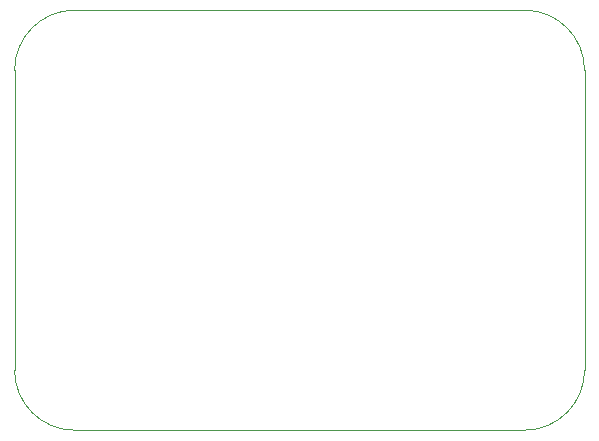
<source format=gbr>
%TF.GenerationSoftware,KiCad,Pcbnew,8.0.5*%
%TF.CreationDate,2024-09-27T19:14:55-05:00*%
%TF.ProjectId,pcb.pro,7063622e-7072-46f2-9e6b-696361645f70,rev?*%
%TF.SameCoordinates,Original*%
%TF.FileFunction,Profile,NP*%
%FSLAX46Y46*%
G04 Gerber Fmt 4.6, Leading zero omitted, Abs format (unit mm)*
G04 Created by KiCad (PCBNEW 8.0.5) date 2024-09-27 19:14:55*
%MOMM*%
%LPD*%
G01*
G04 APERTURE LIST*
%TA.AperFunction,Profile*%
%ADD10C,0.050000*%
%TD*%
G04 APERTURE END LIST*
D10*
X175260000Y-93980000D02*
X175260000Y-68580000D01*
X218440000Y-99060000D02*
X180340000Y-99060000D01*
X223520000Y-68580000D02*
X223520000Y-93980000D01*
X175260000Y-68580000D02*
G75*
G02*
X180340000Y-63500000I5080000J0D01*
G01*
X180340000Y-99060000D02*
G75*
G02*
X175260000Y-93980000I0J5080000D01*
G01*
X223520000Y-93980000D02*
G75*
G02*
X218440000Y-99060000I-5080000J0D01*
G01*
X218440000Y-63500000D02*
G75*
G02*
X223520000Y-68580000I0J-5080000D01*
G01*
X180340000Y-63500000D02*
X218440000Y-63500000D01*
M02*

</source>
